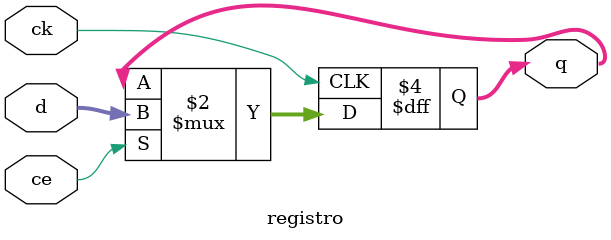
<source format=v>
`timescale 1ns / 1ps
module registro(
    input ck,
	 input ce,
    input [3:0] d,
    output reg [3:0] q
    );
always @(posedge ck)
	if (ce)
	q<=d;
endmodule

</source>
